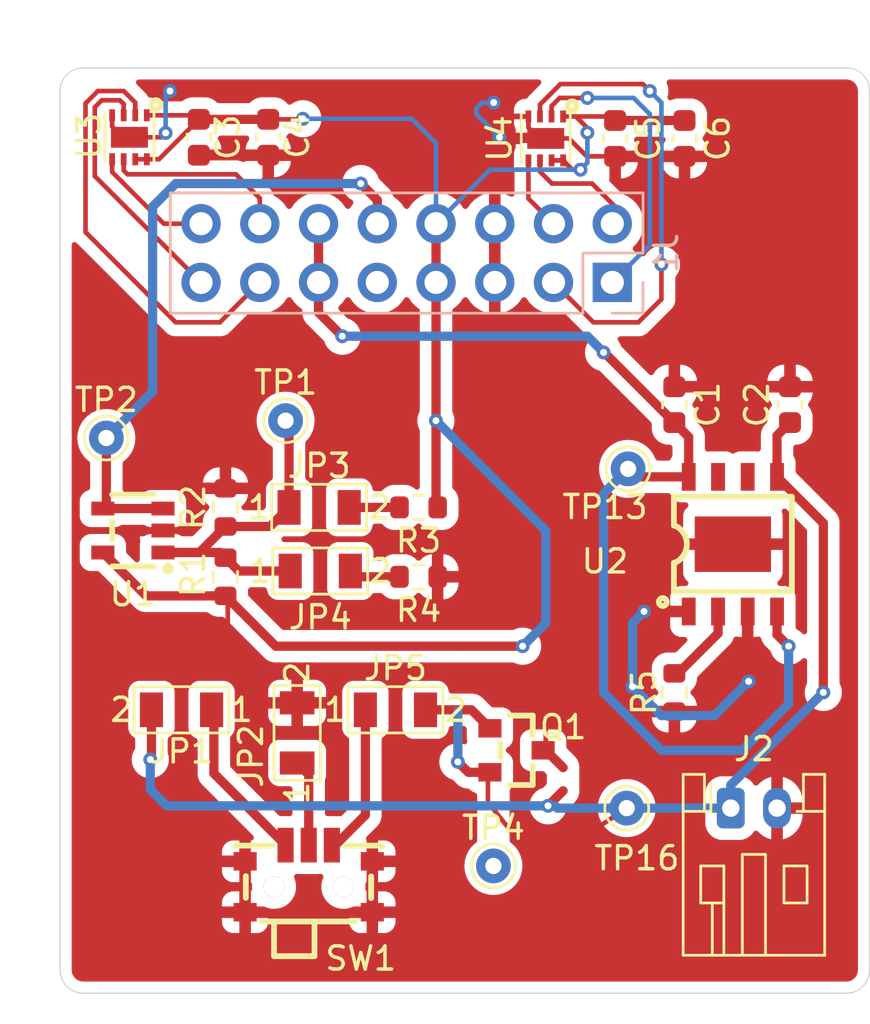
<source format=kicad_pcb>
(kicad_pcb (version 20240108) (generator "pcbnew") (generator_version "8.0")
  (title_block (title "EEE3088F_2024_Group_52_Power") (date "2024-03-25") (rev "v1") (comment 3 "Triss Naidoo") (comment 4 "NDXTRI021"))
  (layers (0 "F.Cu" signal) (31 "B.Cu" signal) (34 "B.Paste" user) (35 "F.Paste" user) (36 "B.SilkS" user "B.Silkscreen") (37 "F.SilkS" user "F.Silkscreen") (38 "B.Mask" user) (39 "F.Mask" user) (44 "Edge.Cuts" user))
  (net 0 "")
  (net 1 "GND")
  (net 2 "5V")
  (net 3 "Net-(JP4-B)")
  (net 4 "VCC")
  (net 5 "PWM4")
  (net 6 "Motor2_B")
  (net 7 "PWM2")
  (net 8 "BATT_ADC")
  (net 9 "Motor2_A")
  (net 10 "Motor1_A")
  (net 11 "PWM1")
  (net 12 "RESV")
  (net 13 "Motor1_B")
  (net 14 "PWM3")
  (net 15 "BATT")
  (net 16 "Net-(JP1-A)")
  (net 17 "Net-(JP5-A)")
  (net 18 "Net-(JP3-B)")
  (net 19 "Net-(JP3-A)")
  (net 20 "Net-(JP2-A)")
  (net 21 "Net-(JP5-B)")
  (net 22 "Net-(U2-PROG)")
  (footprint "TestPoint:TestPoint_THTPad_D1.5mm_Drill0.7mm" (layer "F.Cu") (at 128.736 51.5)
    (property "Reference" "TP4" (at 0 -1.648 0) (layer "F.SilkS"))
    (property "Value" "TestPoint")
    (fp_circle (center 0 0) (end 0 0.95) (stroke (width 0.12)) (fill none) (layer "F.SilkS"))
    (pad "1" thru_hole circle (at 0 0) (size 1.5 1.5) (drill 0.7) (layers "*.Cu" "*.Mask") (net 4 "VCC"))
  )
  (footprint "Easy2Ki_Library:WSON-8_L2.0-W2.0-P0.50-TL-EP" (layer "F.Cu") (at 131 20.05 -90)
    (property "Reference" "U4" (at 0 2 90) (layer "F.SilkS"))
    (property "Value" "DRV8837CDSGR")
    (fp_line (start -1.04 1.06) (end 1.06 1.06) (stroke (width 0.12)) (layer "F.SilkS"))
    (fp_line (start 1.05 -1.06) (end -1.05 -1.06) (stroke (width 0.12)) (layer "F.SilkS"))
    (fp_circle (center -1.4 -1.14) (end -1.32 -1.14) (stroke (width 0.25)) (fill none) (layer "F.SilkS"))
    (pad "1" smd rect (at -0.95 -0.75 270) (size 0.52 0.25) (layers "F.Cu" "F.Paste" "F.Mask") (net 4 "VCC"))
    (pad "2" smd rect (at -0.95 -0.25 270) (size 0.52 0.25) (layers "F.Cu" "F.Paste" "F.Mask") (net 9 "Motor2_A"))
    (pad "3" smd rect (at -0.95 0.25 270) (size 0.52 0.25) (layers "F.Cu" "F.Paste" "F.Mask") (net 6 "Motor2_B"))
    (pad "4" smd rect (at -0.95 0.75 270) (size 0.52 0.25) (layers "F.Cu" "F.Paste" "F.Mask") (net 1 "GND"))
    (pad "5" smd rect (at 0.95 0.75 270) (size 0.52 0.25) (layers "F.Cu" "F.Paste" "F.Mask") (net 7 "PWM2"))
    (pad "6" smd rect (at 0.95 0.25 270) (size 0.52 0.25) (layers "F.Cu" "F.Paste" "F.Mask") (net 11 "PWM1"))
    (pad "7" smd rect (at 0.95 -0.25 270) (size 0.52 0.25) (layers "F.Cu" "F.Paste" "F.Mask") (net 4 "VCC"))
    (pad "8" smd rect (at 0.95 -0.75 270) (size 0.52 0.25) (layers "F.Cu" "F.Paste" "F.Mask") (net 4 "VCC"))
    (pad "9" smd rect (at 0 0 270) (size 0.9 1.6) (layers "F.Cu" "F.Paste" "F.Mask") (net 1 "GND"))
  )
  (footprint "Capacitor_SMD:C_0603_1608Metric" (layer "F.Cu") (at 116 20 -90)
    (property "Reference" "C3" (at 0 -1.25 90) (layer "F.SilkS"))
    (property "Value" "1u")
    (fp_line (start -0.14058 0.51) (end 0.14058 0.51) (stroke (width 0.12)) (layer "F.SilkS"))
    (fp_line (start -0.14058 -0.51) (end 0.14058 -0.51) (stroke (width 0.12)) (layer "F.SilkS"))
    (pad "1" smd roundrect (at -0.775 0 270) (size 0.9 0.95) (layers "F.Cu" "F.Paste" "F.Mask") (net 4 "VCC"))
    (pad "2" smd roundrect (at 0.775 0 270) (size 0.9 0.95) (layers "F.Cu" "F.Paste" "F.Mask") (net 1 "GND"))
  )
  (footprint "TestPoint:TestPoint_THTPad_D1.5mm_Drill0.7mm" (layer "F.Cu") (at 134.5 49 180)
    (property "Reference" "TP16" (at -0.44 -2.166 180) (layer "F.SilkS"))
    (property "Value" "TestPoint")
    (fp_circle (center 0 0) (end 0 0.95) (stroke (width 0.12)) (fill none) (layer "F.SilkS"))
    (pad "1" thru_hole circle (at 0 0 180) (size 1.5 1.5) (drill 0.7) (layers "*.Cu" "*.Mask") (net 15 "BATT"))
  )
  (footprint "TestPoint:TestPoint_THTPad_D1.5mm_Drill0.7mm" (layer "F.Cu") (at 134.56 34.334 180)
    (property "Reference" "TP13" (at 1 -1.648 180) (layer "F.SilkS"))
    (property "Value" "TestPoint")
    (fp_circle (center 0 0) (end 0 0.95) (stroke (width 0.12)) (fill none) (layer "F.SilkS"))
    (pad "1" thru_hole circle (at 0 0 180) (size 1.5 1.5) (drill 0.7) (layers "*.Cu" "*.Mask") (net 2 "5V"))
  )
  (footprint "Easy2Ki_Library:SolderJumper-3_P1.3mm_Open_Pad1.0x1.5mm_NumberLabels" (layer "F.Cu") (at 124.5 44.75)
    (property "Reference" "JP5" (at 0 -1.8 0) (layer "F.SilkS"))
    (property "Value" "Jumper_2_Open")
    (fp_line (start -2.05 -1) (end 2.05 -1) (stroke (width 0.12)) (layer "F.SilkS"))
    (fp_line (start -2.05 1) (end -2.05 -1) (stroke (width 0.12)) (layer "F.SilkS"))
    (fp_line (start 2.05 -1) (end 2.05 1) (stroke (width 0.12)) (layer "F.SilkS"))
    (fp_line (start 2.05 1) (end -2.05 1) (stroke (width 0.12)) (layer "F.SilkS"))
    (fp_text user "2" (at 2.6 0 0) (layer "F.SilkS"))
    (fp_text user "1" (at -2.6 0 0) (layer "F.SilkS"))
    (pad "1" smd rect (at -1.3 0) (size 1 1.5) (layers "F.Cu" "F.Mask") (net 17 "Net-(JP5-A)"))
    (pad "2" smd rect (at 1.3 0) (size 1 1.5) (layers "F.Cu" "F.Mask") (net 21 "Net-(JP5-B)"))
  )
  (footprint "Resistor_SMD:R_0603_1608Metric" (layer "F.Cu") (at 125.5 36 180)
    (property "Reference" "R3" (at 0 -1.43 180) (layer "F.SilkS"))
    (property "Value" "100k")
    (fp_line (start -0.237258 0.5225) (end 0.237258 0.5225) (stroke (width 0.12)) (layer "F.SilkS"))
    (fp_line (start -0.237258 -0.5225) (end 0.237258 -0.5225) (stroke (width 0.12)) (layer "F.SilkS"))
    (pad "1" smd roundrect (at -0.825 0 180) (size 0.8 0.95) (layers "F.Cu" "F.Paste" "F.Mask") (net 4 "VCC"))
    (pad "2" smd roundrect (at 0.825 0 180) (size 0.8 0.95) (layers "F.Cu" "F.Paste" "F.Mask") (net 18 "Net-(JP3-B)"))
  )
  (footprint "Easy2Ki_Library:SW-SMD_MSK12CO2" (layer "F.Cu") (at 120.75 52.05)
    (property "Reference" "SW1" (at 2.25 3.45 0) (layer "F.SilkS"))
    (property "Value" "MINI MSK12CO2")
    (fp_line (start -3.17 -1.43) (end -3.17 -1.38) (stroke (width 0.25)) (layer "F.SilkS"))
    (fp_line (start -2.72 -0.11) (end -2.72 0.83) (stroke (width 0.25)) (layer "F.SilkS"))
    (fp_line (start -1.64 1.85) (end -2.02 1.85) (stroke (width 0.25)) (layer "F.SilkS"))
    (fp_line (start -1.58 -1.43) (end -3.17 -1.43) (stroke (width 0.25)) (layer "F.SilkS"))
    (fp_line (start -1.5 3.35) (end -1.5 1.9) (stroke (width 0.25)) (layer "F.SilkS"))
    (fp_line (start 0.25 1.85) (end -1.64 1.85) (stroke (width 0.25)) (layer "F.SilkS"))
    (fp_line (start 0.25 1.85) (end 0.25 3.35) (stroke (width 0.25)) (layer "F.SilkS"))
    (fp_line (start 0.25 1.85) (end 2.02 1.85) (stroke (width 0.25)) (layer "F.SilkS"))
    (fp_line (start 0.25 3.35) (end -1.5 3.35) (stroke (width 0.25)) (layer "F.SilkS"))
    (fp_line (start 1.58 -1.43) (end 3.17 -1.43) (stroke (width 0.25)) (layer "F.SilkS"))
    (fp_line (start 2.7 -0.1) (end 2.7 0.84) (stroke (width 0.25)) (layer "F.SilkS"))
    (fp_line (start 3.17 -1.43) (end 3.17 -1.38) (stroke (width 0.25)) (layer "F.SilkS"))
    (pad "" thru_hole circle (at -1.5 0.35) (size 0.9 0.9) (drill 0.9) (layers "*.Cu" "*.Mask"))
    (pad "" thru_hole circle (at 1.5 0.35) (size 0.9 0.9) (drill 0.9) (layers "*.Cu" "*.Mask"))
    (pad "1" smd rect (at -1 -1.45) (size 0.7 1.5) (layers "F.Cu" "F.Paste" "F.Mask") (net 16 "Net-(JP1-A)"))
    (pad "2" smd rect (at 0 -1.45) (size 0.7 1.5) (layers "F.Cu" "F.Paste" "F.Mask") (net 20 "Net-(JP2-A)"))
    (pad "3" smd rect (at 1 -1.45) (size 0.7 1.5) (layers "F.Cu" "F.Paste" "F.Mask") (net 17 "Net-(JP5-A)"))
    (pad "4" smd rect (at -2.75 -0.75) (size 1 0.8) (layers "F.Cu" "F.Paste" "F.Mask") (net 1 "GND"))
    (pad "4" smd rect (at -2.75 1.45) (size 1 0.8) (layers "F.Cu" "F.Paste" "F.Mask") (net 1 "GND"))
    (pad "5" smd rect (at 2.75 -0.75) (size 1 0.8) (layers "F.Cu" "F.Paste" "F.Mask") (net 1 "GND"))
    (pad "5" smd rect (at 2.75 1.45) (size 1 0.8) (layers "F.Cu" "F.Paste" "F.Mask") (net 1 "GND"))
  )
  (footprint "Easy2Ki_Library:SolderJumper-3_P1.3mm_Open_Pad1.0x1.5mm_NumberLabels" (layer "F.Cu") (at 121.25 38.75)
    (property "Reference" "JP4" (at 0 2 0) (layer "F.SilkS"))
    (property "Value" "Jumper_2_Open")
    (fp_line (start -2.05 -1) (end 2.05 -1) (stroke (width 0.12)) (layer "F.SilkS"))
    (fp_line (start -2.05 1) (end -2.05 -1) (stroke (width 0.12)) (layer "F.SilkS"))
    (fp_line (start 2.05 -1) (end 2.05 1) (stroke (width 0.12)) (layer "F.SilkS"))
    (fp_line (start 2.05 1) (end -2.05 1) (stroke (width 0.12)) (layer "F.SilkS"))
    (fp_text user "1" (at -2.6 0 0) (layer "F.SilkS"))
    (fp_text user "2" (at 2.6 0 0) (layer "F.SilkS"))
    (pad "1" smd rect (at -1.3 0) (size 1 1.5) (layers "F.Cu" "F.Mask") (net 19 "Net-(JP3-A)"))
    (pad "2" smd rect (at 1.3 0) (size 1 1.5) (layers "F.Cu" "F.Mask") (net 3 "Net-(JP4-B)"))
  )
  (footprint "Capacitor_SMD:C_0603_1608Metric" (layer "F.Cu") (at 136.56 31.559 -90)
    (property "Reference" "C1" (at 0 -1.43 90) (layer "F.SilkS"))
    (property "Value" "10u")
    (fp_line (start -0.14058 0.51) (end 0.14058 0.51) (stroke (width 0.12)) (layer "F.SilkS"))
    (fp_line (start -0.14058 -0.51) (end 0.14058 -0.51) (stroke (width 0.12)) (layer "F.SilkS"))
    (pad "1" smd roundrect (at -0.775 0 270) (size 0.9 0.95) (layers "F.Cu" "F.Paste" "F.Mask") (net 1 "GND"))
    (pad "2" smd roundrect (at 0.775 0 270) (size 0.9 0.95) (layers "F.Cu" "F.Paste" "F.Mask") (net 2 "5V"))
  )
  (footprint "Capacitor_SMD:C_0603_1608Metric" (layer "F.Cu") (at 141.56 31.559 90)
    (property "Reference" "C2" (at 0 -1.43 -90) (layer "F.SilkS"))
    (property "Value" "10u")
    (fp_line (start -0.14058 -0.51) (end 0.14058 -0.51) (stroke (width 0.12)) (layer "F.SilkS"))
    (fp_line (start -0.14058 0.51) (end 0.14058 0.51) (stroke (width 0.12)) (layer "F.SilkS"))
    (pad "1" smd roundrect (at -0.775 0 90) (size 0.9 0.95) (layers "F.Cu" "F.Paste" "F.Mask") (net 15 "BATT"))
    (pad "2" smd roundrect (at 0.775 0 90) (size 0.9 0.95) (layers "F.Cu" "F.Paste" "F.Mask") (net 1 "GND"))
  )
  (footprint "Easy2Ki_Library:ESOP-8_L4.9-W3.9-P1.27-LS6.0-BL-EP" (layer "F.Cu") (at 139.09 37.59)
    (property "Reference" "U2" (at -5.53 0.744 0) (layer "F.SilkS"))
    (property "Value" "TP4056")
    (fp_line (start -2.55 -2.05) (end 2.55 -2.05) (stroke (width 0.25)) (layer "F.SilkS"))
    (fp_line (start -2.55 -0.8) (end -2.55 -2.05) (stroke (width 0.25)) (layer "F.SilkS"))
    (fp_line (start -2.55 0.8) (end -2.55 2.05) (stroke (width 0.25)) (layer "F.SilkS"))
    (fp_line (start 2.55 -2.05) (end 2.55 2.05) (stroke (width 0.25)) (layer "F.SilkS"))
    (fp_line (start 2.55 2.05) (end -2.55 2.05) (stroke (width 0.25)) (layer "F.SilkS"))
    (fp_arc (start -2.505609 -0.80257) (mid -1.988586 -0.003085) (end -2.5 0.8) (stroke (width 0.25)) (layer "F.SilkS"))
    (fp_circle (center -3.03 2.5) (end -2.86 2.5) (stroke (width 0.25)) (fill none) (layer "F.SilkS"))
    (pad "1" smd rect (at -1.91 2.91) (size 0.6 1.2) (layers "F.Cu" "F.Paste" "F.Mask") (net 1 "GND"))
    (pad "2" smd rect (at -0.64 2.91) (size 0.6 1.2) (layers "F.Cu" "F.Paste" "F.Mask") (net 22 "Net-(U2-PROG)"))
    (pad "3" smd rect (at 0.64 2.91) (size 0.6 1.2) (layers "F.Cu" "F.Paste" "F.Mask") (net 1 "GND"))
    (pad "4" smd rect (at 1.91 2.91) (size 0.6 1.2) (layers "F.Cu" "F.Paste" "F.Mask") (net 2 "5V"))
    (pad "5" smd rect (at 1.91 -2.91) (size 0.6 1.2) (layers "F.Cu" "F.Paste" "F.Mask") (net 15 "BATT"))
    (pad "6" smd rect (at 0.64 -2.91) (size 0.6 1.2) (layers "F.Cu" "F.Paste" "F.Mask"))
    (pad "7" smd rect (at -0.64 -2.91) (size 0.6 1.2) (layers "F.Cu" "F.Paste" "F.Mask"))
    (pad "8" smd rect (at -1.91 -2.91) (size 0.6 1.2) (layers "F.Cu" "F.Paste" "F.Mask") (net 2 "5V"))
    (pad "9" smd rect (at 0 0 180) (size 3.3 2.4) (layers "F.Cu" "F.Paste" "F.Mask") (net 1 "GND"))
  )
  (footprint "Resistor_SMD:R_0603_1608Metric" (layer "F.Cu") (at 136.56 44 -90)
    (property "Reference" "R5" (at 0 1.31 90) (layer "F.SilkS"))
    (property "Value" "1M")
    (fp_line (start -0.237258 0.5225) (end 0.237258 0.5225) (stroke (width 0.12)) (layer "F.SilkS"))
    (fp_line (start -0.237258 -0.5225) (end 0.237258 -0.5225) (stroke (width 0.12)) (layer "F.SilkS"))
    (pad "1" smd roundrect (at -0.825 0 270) (size 0.8 0.95) (layers "F.Cu" "F.Paste" "F.Mask") (net 22 "Net-(U2-PROG)"))
    (pad "2" smd roundrect (at 0.825 0 270) (size 0.8 0.95) (layers "F.Cu" "F.Paste" "F.Mask") (net 1 "GND"))
  )
  (footprint "Resistor_SMD:R_0603_1608Metric" (layer "F.Cu") (at 125.5 39 180)
    (property "Reference" "R4" (at 0 -1.43 180) (layer "F.SilkS"))
    (property "Value" "100k")
    (fp_line (start -0.237258 0.5225) (end 0.237258 0.5225) (stroke (width 0.12)) (layer "F.SilkS"))
    (fp_line (start -0.237258 -0.5225) (end 0.237258 -0.5225) (stroke (width 0.12)) (layer "F.SilkS"))
    (pad "1" smd roundrect (at -0.825 0 180) (size 0.8 0.95) (layers "F.Cu" "F.Paste" "F.Mask") (net 1 "GND"))
    (pad "2" smd roundrect (at 0.825 0 180) (size 0.8 0.95) (layers "F.Cu" "F.Paste" "F.Mask") (net 3 "Net-(JP4-B)"))
  )
  (footprint "Resistor_SMD:R_0603_1608Metric" (layer "F.Cu") (at 117.15 36 -90)
    (property "Reference" "R2" (at 0 1.4 90) (layer "F.SilkS"))
    (property "Value" "1M")
    (fp_line (start -0.237258 0.5225) (end 0.237258 0.5225) (stroke (width 0.12)) (layer "F.SilkS"))
    (fp_line (start -0.237258 -0.5225) (end 0.237258 -0.5225) (stroke (width 0.12)) (layer "F.SilkS"))
    (pad "1" smd roundrect (at -0.825 0 270) (size 0.8 0.95) (layers "F.Cu" "F.Paste" "F.Mask") (net 1 "GND"))
    (pad "2" smd roundrect (at 0.825 0 270) (size 0.8 0.95) (layers "F.Cu" "F.Paste" "F.Mask") (net 19 "Net-(JP3-A)"))
  )
  (footprint "Easy2Ki_Library:SolderJumper-3_P1.3mm_Open_Pad1.0x1.5mm_NumberLabels" (layer "F.Cu") (at 120.25 45.75 90)
    (property "Reference" "JP2" (at -1 -2 -90) (layer "F.SilkS"))
    (property "Value" "Jumper_2_Open")
    (fp_line (start 2.05 -1) (end 2.05 1) (stroke (width 0.12)) (layer "F.SilkS"))
    (fp_line (start -2.05 -1) (end 2.05 -1) (stroke (width 0.12)) (layer "F.SilkS"))
    (fp_line (start 2.05 1) (end -2.05 1) (stroke (width 0.12)) (layer "F.SilkS"))
    (fp_line (start -2.05 1) (end -2.05 -1) (stroke (width 0.12)) (layer "F.SilkS"))
    (fp_text user "1" (at -2.6 0 -90) (layer "F.SilkS"))
    (fp_text user "2" (at 2.6 0 -90) (layer "F.SilkS"))
    (pad "1" smd rect (at -1.3 0 90) (size 1 1.5) (layers "F.Cu" "F.Mask") (net 20 "Net-(JP2-A)"))
    (pad "2" smd rect (at 1.3 0 90) (size 1 1.5) (layers "F.Cu" "F.Mask") (net 1 "GND"))
  )
  (footprint "Resistor_SMD:R_0603_1608Metric" (layer "F.Cu") (at 117.15 39 90)
    (property "Reference" "R1" (at 0.1 -1.4 -90) (layer "F.SilkS"))
    (property "Value" "1M")
    (fp_line (start -0.237258 -0.5225) (end 0.237258 -0.5225) (stroke (width 0.12)) (layer "F.SilkS"))
    (fp_line (start -0.237258 0.5225) (end 0.237258 0.5225) (stroke (width 0.12)) (layer "F.SilkS"))
    (pad "1" smd roundrect (at -0.825 0 90) (size 0.8 0.95) (layers "F.Cu" "F.Paste" "F.Mask") (net 4 "VCC"))
    (pad "2" smd roundrect (at 0.825 0 90) (size 0.8 0.95) (layers "F.Cu" "F.Paste" "F.Mask") (net 19 "Net-(JP3-A)"))
  )
  (footprint "Easy2Ki_Library:WSON-8_L2.0-W2.0-P0.50-TL-EP" (layer "F.Cu") (at 113 20 -90)
    (property "Reference" "U3" (at -0.05 1.75 90) (layer "F.SilkS"))
    (property "Value" "DRV8837CDSGR")
    (fp_line (start -1.04 1.06) (end 1.06 1.06) (stroke (width 0.12)) (layer "F.SilkS"))
    (fp_line (start 1.05 -1.06) (end -1.05 -1.06) (stroke (width 0.12)) (layer "F.SilkS"))
    (fp_circle (center -1.4 -1.14) (end -1.32 -1.14) (stroke (width 0.25)) (fill none) (layer "F.SilkS"))
    (pad "1" smd rect (at -0.95 -0.75 270) (size 0.52 0.25) (layers "F.Cu" "F.Paste" "F.Mask") (net 4 "VCC"))
    (pad "2" smd rect (at -0.95 -0.25 270) (size 0.52 0.25) (layers "F.Cu" "F.Paste" "F.Mask") (net 10 "Motor1_A"))
    (pad "3" smd rect (at -0.95 0.25 270) (size 0.52 0.25) (layers "F.Cu" "F.Paste" "F.Mask") (net 13 "Motor1_B"))
    (pad "4" smd rect (at -0.95 0.75 270) (size 0.52 0.25) (layers "F.Cu" "F.Paste" "F.Mask") (net 1 "GND"))
    (pad "5" smd rect (at 0.95 0.75 270) (size 0.52 0.25) (layers "F.Cu" "F.Paste" "F.Mask") (net 5 "PWM4"))
    (pad "6" smd rect (at 0.95 0.25 270) (size 0.52 0.25) (layers "F.Cu" "F.Paste" "F.Mask") (net 14 "PWM3"))
    (pad "7" smd rect (at 0.95 -0.25 270) (size 0.52 0.25) (layers "F.Cu" "F.Paste" "F.Mask") (net 4 "VCC"))
    (pad "8" smd rect (at 0.95 -0.75 270) (size 0.52 0.25) (layers "F.Cu" "F.Paste" "F.Mask") (net 4 "VCC"))
    (pad "9" smd rect (at 0 0 270) (size 0.9 1.6) (layers "F.Cu" "F.Paste" "F.Mask") (net 1 "GND"))
  )
  (footprint "Capacitor_SMD:C_0603_1608Metric" (layer "F.Cu") (at 137 20.05 -90)
    (property "Reference" "C6" (at 0 -1.43 90) (layer "F.SilkS"))
    (property "Value" "1u")
    (fp_line (start -0.14058 0.51) (end 0.14058 0.51) (stroke (width 0.12)) (layer "F.SilkS"))
    (fp_line (start -0.14058 -0.51) (end 0.14058 -0.51) (stroke (width 0.12)) (layer "F.SilkS"))
    (pad "1" smd roundrect (at -0.775 0 270) (size 0.9 0.95) (layers "F.Cu" "F.Paste" "F.Mask") (net 4 "VCC"))
    (pad "2" smd roundrect (at 0.775 0 270) (size 0.9 0.95) (layers "F.Cu" "F.Paste" "F.Mask") (net 1 "GND"))
  )
  (footprint "Capacitor_SMD:C_0603_1608Metric" (layer "F.Cu") (at 119 20 -90)
    (property "Reference" "C4" (at -0.05 -1.25 90) (layer "F.SilkS"))
    (property "Value" "1u")
    (fp_line (start -0.14058 0.51) (end 0.14058 0.51) (stroke (width 0.12)) (layer "F.SilkS"))
    (fp_line (start -0.14058 -0.51) (end 0.14058 -0.51) (stroke (width 0.12)) (layer "F.SilkS"))
    (pad "1" smd roundrect (at -0.775 0 270) (size 0.9 0.95) (layers "F.Cu" "F.Paste" "F.Mask") (net 4 "VCC"))
    (pad "2" smd roundrect (at 0.775 0 270) (size 0.9 0.95) (layers "F.Cu" "F.Paste" "F.Mask") (net 1 "GND"))
  )
  (footprint "Capacitor_SMD:C_0603_1608Metric" (layer "F.Cu") (at 134 20.05 -90)
    (property "Reference" "C5" (at 0 -1.43 90) (layer "F.SilkS"))
    (property "Value" "1u")
    (fp_line (start -0.14058 0.51) (end 0.14058 0.51) (stroke (width 0.12)) (layer "F.SilkS"))
    (fp_line (start -0.14058 -0.51) (end 0.14058 -0.51) (stroke (width 0.12)) (layer "F.SilkS"))
    (pad "1" smd roundrect (at -0.775 0 270) (size 0.9 0.95) (layers "F.Cu" "F.Paste" "F.Mask") (net 4 "VCC"))
    (pad "2" smd roundrect (at 0.775 0 270) (size 0.9 0.95) (layers "F.Cu" "F.Paste" "F.Mask") (net 1 "GND"))
  )
  (footprint "Easy2Ki_Library:SolderJumper-3_P1.3mm_Open_Pad1.0x1.5mm_NumberLabels" (layer "F.Cu") (at 121.2 36)
    (property "Reference" "JP3" (at 0 -1.8 0) (layer "F.SilkS"))
    (property "Value" "Jumper_2_Open")
    (fp_line (start -2.05 -1) (end 2.05 -1) (stroke (width 0.12)) (layer "F.SilkS"))
    (fp_line (start -2.05 1) (end -2.05 -1) (stroke (width 0.12)) (layer "F.SilkS"))
    (fp_line (start 2.05 -1) (end 2.05 1) (stroke (width 0.12)) (layer "F.SilkS"))
    (fp_line (start 2.05 1) (end -2.05 1) (stroke (width 0.12)) (layer "F.SilkS"))
    (fp_text user "2" (at 2.6 0 0) (layer "F.SilkS"))
    (fp_text user "1" (at -2.6 0 0) (layer "F.SilkS"))
    (pad "1" smd rect (at -1.3 0) (size 1 1.5) (layers "F.Cu" "F.Mask") (net 19 "Net-(JP3-A)"))
    (pad "2" smd rect (at 1.3 0) (size 1 1.5) (layers "F.Cu" "F.Mask") (net 18 "Net-(JP3-B)"))
  )
  (footprint "Easy2Ki_Library:SOT-23-5_L3.0-W1.7-P0.95-LS2.8-BR" (layer "F.Cu") (at 113.15 37)
    (property "Reference" "U1" (at 0 2.75 0) (layer "F.SilkS"))
    (property "Value" "LMV321IDBVR")
    (fp_line (start -0.9 -1.55) (end 0.9 -1.55) (stroke (width 0.25)) (layer "F.SilkS"))
    (fp_line (start -0.9 0.4) (end -0.9 -0.4) (stroke (width 0.25)) (layer "F.SilkS"))
    (fp_line (start -0.9 1.55) (end 0.9 1.55) (stroke (width 0.25)) (layer "F.SilkS"))
    (fp_circle (center 1.52 1.65) (end 1.65 1.65) (stroke (width 0.25)) (fill none) (layer "F.SilkS"))
    (pad "1" smd rect (at 1.3 0.95) (size 1 0.6) (layers "F.Cu" "F.Paste" "F.Mask") (net 19 "Net-(JP3-A)"))
    (pad "2" smd rect (at 1.3 0) (size 1 0.6) (layers "F.Cu" "F.Paste" "F.Mask") (net 1 "GND"))
    (pad "3" smd rect (at 1.3 -0.95) (size 1 0.6) (layers "F.Cu" "F.Paste" "F.Mask") (net 8 "BATT_ADC"))
    (pad "4" smd rect (at -1.3 -0.95) (size 1 0.6) (layers "F.Cu" "F.Paste" "F.Mask") (net 8 "BATT_ADC"))
    (pad "5" smd rect (at -1.3 0.95) (size 1 0.6) (layers "F.Cu" "F.Paste" "F.Mask") (net 4 "VCC"))
  )
  (footprint "TestPoint:TestPoint_THTPad_D1.5mm_Drill0.7mm" (layer "F.Cu") (at 112 33)
    (property "Reference" "TP2" (at 0 -1.648 0) (layer "F.SilkS"))
    (property "Value" "TestPoint")
    (fp_circle (center 0 0) (end 0 0.95) (stroke (width 0.12)) (fill none) (layer "F.SilkS"))
    (pad "1" thru_hole circle (at 0 0) (size 1.5 1.5) (drill 0.7) (layers "*.Cu" "*.Mask") (net 8 "BATT_ADC"))
  )
  (footprint "Easy2Ki_Library:SOT-23_L2.9-W1.3-P1.90-LS2.4-BR" (layer "F.Cu") (at 129.736 46.5 180)
    (property "Reference" "Q1" (at -2.014 1 180) (layer "F.SilkS"))
    (property "Value" "AO3401A")
    (fp_line (start 0.7 0.31) (end 0.7 -0.32) (stroke (width 0.25)) (layer "F.SilkS"))
    (fp_line (start -0.7 1.5) (end 0.3 1.5) (stroke (width 0.25)) (layer "F.SilkS"))
    (fp_line (start -0.7 1.5) (end -0.7 0.63) (stroke (width 0.25)) (layer "F.SilkS"))
    (fp_line (start -0.7 -0.64) (end -0.7 -1.5) (stroke (width 0.25)) (layer "F.SilkS"))
    (fp_line (start -0.7 -1.5) (end 0.3 -1.5) (stroke (width 0.25)) (layer "F.SilkS"))
    (pad "1" smd rect (at 1.15 0.95) (size 1 0.8) (layers "F.Cu" "F.Paste" "F.Mask") (net 21 "Net-(JP5-B)"))
    (pad "2" smd rect (at 1.15 -0.95) (size 1 0.8) (layers "F.Cu" "F.Paste" "F.Mask") (net 15 "BATT"))
    (pad "3" smd rect (at -1.15 0) (size 1 0.8) (layers "F.Cu" "F.Paste" "F.Mask") (net 4 "VCC"))
  )
  (footprint "Connector_JST:JST_PH_S2B-PH-K_1x02_P2.00mm_Horizontal" (layer "F.Cu") (at 139 49)
    (property "Reference" "J2" (at 1 -2.55 0) (layer "F.SilkS"))
    (property "Value" "Conn_01x02")
    (fp_line (start -2.06 -1.46) (end -2.06 6.36) (stroke (width 0.12)) (layer "F.SilkS"))
    (fp_line (start -2.06 0.14) (end -1.14 0.14) (stroke (width 0.12)) (layer "F.SilkS"))
    (fp_line (start -2.06 6.36) (end 4.06 6.36) (stroke (width 0.12)) (layer "F.SilkS"))
    (fp_line (start -1.3 2.5) (end -1.3 4.1) (stroke (width 0.12)) (layer "F.SilkS"))
    (fp_line (start -1.3 4.1) (end -0.3 4.1) (stroke (width 0.12)) (layer "F.SilkS"))
    (fp_line (start -1.14 -1.46) (end -2.06 -1.46) (stroke (width 0.12)) (layer "F.SilkS"))
    (fp_line (start -1.14 0.14) (end -1.14 -1.46) (stroke (width 0.12)) (layer "F.SilkS"))
    (fp_line (start -0.86 0.14) (end -1.14 0.14) (stroke (width 0.12)) (layer "F.SilkS"))
    (fp_line (start -0.86 0.14) (end -0.86 -1.075) (stroke (width 0.12)) (layer "F.SilkS"))
    (fp_line (start -0.8 4.1) (end -0.8 6.36) (stroke (width 0.12)) (layer "F.SilkS"))
    (fp_line (start -0.3 2.5) (end -1.3 2.5) (stroke (width 0.12)) (layer "F.SilkS"))
    (fp_line (start -0.3 4.1) (end -0.3 2.5) (stroke (width 0.12)) (layer "F.SilkS"))
    (fp_line (start -0.3 4.1) (end -0.3 6.36) (stroke (width 0.12)) (layer "F.SilkS"))
    (fp_line (start 0.5 2) (end 1.5 2) (stroke (width 0.12)) (layer "F.SilkS"))
    (fp_line (start 0.5 6.36) (end 0.5 2) (stroke (width 0.12)) (layer "F.SilkS"))
    (fp_line (start 1.5 2) (end 1.5 6.36) (stroke (width 0.12)) (layer "F.SilkS"))
    (fp_line (start 2.3 2.5) (end 3.3 2.5) (stroke (width 0.12)) (layer "F.SilkS"))
    (fp_line (start 2.3 4.1) (end 2.3 2.5) (stroke (width 0.12)) (layer "F.SilkS"))
    (fp_line (start 3.14 -1.46) (end 3.14 0.14) (stroke (width 0.12)) (layer "F.SilkS"))
    (fp_line (start 3.14 0.14) (end 2.86 0.14) (stroke (width 0.12)) (layer "F.SilkS"))
    (fp_line (start 3.3 2.5) (end 3.3 4.1) (stroke (width 0.12)) (layer "F.SilkS"))
    (fp_line (start 3.3 4.1) (end 2.3 4.1) (stroke (width 0.12)) (layer "F.SilkS"))
    (fp_line (start 4.06 -1.46) (end 3.14 -1.46) (stroke (width 0.12)) (layer "F.SilkS"))
    (fp_line (start 4.06 0.14) (end 3.14 0.14) (stroke (width 0.12)) (layer "F.SilkS"))
    (fp_line (start 4.06 6.36) (end 4.06 -1.46) (stroke (width 0.12)) (layer "F.SilkS"))
    (pad "1" thru_hole roundrect (at 0 0) (size 1.2 1.75) (drill 0.75) (layers "*.Cu" "*.Mask") (roundrect_rratio 0.208333) (net 15 "BATT"))
    (pad "2" thru_hole oval (at 2 0) (size 1.2 1.75) (drill 0.75) (layers "*.Cu" "*.Mask") (net 1 "GND"))
  )
  (footprint "Easy2Ki_Library:SolderJumper-3_P1.3mm_Open_Pad1.0x1.5mm_NumberLabels" (layer "F.Cu") (at 115.25 44.75 180)
    (property "Reference" "JP1" (at 0 -1.8 180) (layer "F.SilkS"))
    (property "Value" "Jumper_2_Open")
    (fp_line (start 2.05 1) (end -2.05 1) (stroke (width 0.12)) (layer "F.SilkS"))
    (fp_line (start 2.05 -1) (end 2.05 1) (stroke (width 0.12)) (layer "F.SilkS"))
    (fp_line (start -2.05 1) (end -2.05 -1) (stroke (width 0.12)) (layer "F.SilkS"))
    (fp_line (start -2.05 -1) (end 2.05 -1) (stroke (width 0.12)) (layer "F.SilkS"))
    (fp_text user "2" (at 2.6 0 180) (layer "F.SilkS"))
    (fp_text user "1" (at -2.6 0 180) (layer "F.SilkS"))
    (pad "1" smd rect (at -1.3 0 180) (size 1 1.5) (layers "F.Cu" "F.Mask") (net 16 "Net-(JP1-A)"))
    (pad "2" smd rect (at 1.3 0 180) (size 1 1.5) (layers "F.Cu" "F.Mask") (net 15 "BATT"))
  )
  (footprint "TestPoint:TestPoint_THTPad_D1.5mm_Drill0.7mm" (layer "F.Cu") (at 119.75 32.25)
    (property "Reference" "TP1" (at 0 -1.648 0) (layer "F.SilkS"))
    (property "Value" "TestPoint")
    (fp_circle (center 0 0) (end 0 0.95) (stroke (width 0.12)) (fill none) (layer "F.SilkS"))
    (pad "1" thru_hole circle (at 0 0) (size 1.5 1.5) (drill 0.7) (layers "*.Cu" "*.Mask") (net 19 "Net-(JP3-A)"))
  )
  (footprint "Connector_PinHeader_2.54mm:PinHeader_2x08_P2.54mm_Vertical" (layer "B.Cu") (at 133.875 26.275 90)
    (property "Reference" "J1" (at 1.27 2.33 -90) (layer "B.SilkS") (effects (justify mirror)))
    (property "Value" "Conn_02x08_Odd_Even")
    (fp_line (start 3.87 -19.11) (end -1.33 -19.11) (stroke (width 0.12)) (layer "B.SilkS"))
    (fp_line (start 3.87 -19.11) (end 3.87 1.33) (stroke (width 0.12)) (layer "B.SilkS"))
    (fp_line (start -1.33 -19.11) (end -1.33 -1.27) (stroke (width 0.12)) (layer "B.SilkS"))
    (fp_line (start 1.27 -1.27) (end -1.33 -1.27) (stroke (width 0.12)) (layer "B.SilkS"))
    (fp_line (start 3.87 1.33) (end 1.27 1.33) (stroke (width 0.12)) (layer "B.SilkS"))
    (fp_line (start 1.27 1.33) (end 1.27 -1.27) (stroke (width 0.12)) (layer "B.SilkS"))
    (fp_line (start 0 1.33) (end -1.33 1.33) (stroke (width 0.12)) (layer "B.SilkS"))
    (fp_line (start -1.33 1.33) (end -1.33 0) (stroke (width 0.12)) (layer "B.SilkS"))
    (pad "1" thru_hole rect (at 0 0 90) (size 1.7 1.7) (drill 1) (layers "*.Cu" "*.Mask") (net 9 "Motor2_A"))
    (pad "2" thru_hole oval (at 2.54 0 90) (size 1.7 1.7) (drill 1) (layers "*.Cu" "*.Mask") (net 11 "PWM1"))
    (pad "3" thru_hole oval (at 0 -2.54 90) (size 1.7 1.7) (drill 1) (layers "*.Cu" "*.Mask") (net 6 "Motor2_B"))
    (pad "4" thru_hole oval (at 2.54 -2.54 90) (size 1.7 1.7) (drill 1) (layers "*.Cu" "*.Mask") (net 7 "PWM2"))
    (pad "5" thru_hole oval (at 0 -5.08 90) (size 1.7 1.7) (drill 1) (layers "*.Cu" "*.Mask") (net 1 "GND"))
    (pad "6" thru_hole oval (at 2.54 -5.08 90) (size 1.7 1.7) (drill 1) (layers "*.Cu" "*.Mask") (net 1 "GND"))
    (pad "7" thru_hole oval (at 0 -7.62 90) (size 1.7 1.7) (drill 1) (layers "*.Cu" "*.Mask") (net 4 "VCC"))
    (pad "8" thru_hole oval (at 2.54 -7.62 90) (size 1.7 1.7) (drill 1) (layers "*.Cu" "*.Mask") (net 4 "VCC"))
    (pad "9" thru_hole oval (at 0 -10.16 90) (size 1.7 1.7) (drill 1) (layers "*.Cu" "*.Mask") (net 12 "RESV"))
    (pad "10" thru_hole oval (at 2.54 -10.16 90) (size 1.7 1.7) (drill 1) (layers "*.Cu" "*.Mask") (net 8 "BATT_ADC"))
    (pad "11" thru_hole oval (at 0 -12.7 90) (size 1.7 1.7) (drill 1) (layers "*.Cu" "*.Mask") (net 2 "5V"))
    (pad "12" thru_hole oval (at 2.54 -12.7 90) (size 1.7 1.7) (drill 1) (layers "*.Cu" "*.Mask") (net 2 "5V"))
    (pad "13" thru_hole oval (at 0 -15.24 90) (size 1.7 1.7) (drill 1) (layers "*.Cu" "*.Mask") (net 10 "Motor1_A"))
    (pad "14" thru_hole oval (at 2.54 -15.24 90) (size 1.7 1.7) (drill 1) (layers "*.Cu" "*.Mask") (net 14 "PWM3"))
    (pad "15" thru_hole oval (at 0 -17.78 90) (size 1.7 1.7) (drill 1) (layers "*.Cu" "*.Mask") (net 13 "Motor1_B"))
    (pad "16" thru_hole oval (at 2.54 -17.78 90) (size 1.7 1.7) (drill 1) (layers "*.Cu" "*.Mask") (net 5 "PWM4"))
  )
  (gr_line (start 117.25 40) (end 117.25 41.5) (stroke (width 0.2)) (layer "F.Cu") (net 4))
  (gr_line (start 133 50) (end 134.5 49) (stroke (width 0.2)) (layer "F.Cu") (net 15))
  (gr_line (start 131 44.75) (end 131 46.5) (stroke (width 0.2)) (layer "F.Cu") (net 4))
  (gr_line (start 117.25 41.5) (end 119 43) (stroke (width 0.2)) (layer "F.Cu") (net 4))
  (gr_line (start 128.5 47.5) (end 128.5 48.75) (stroke (width 0.2)) (layer "F.Cu") (net 15))
  (gr_line (start 128.5 48.75) (end 129.5 50) (stroke (width 0.2)) (layer "F.Cu") (net 15))
  (gr_line (start 119 43) (end 129 43) (stroke (width 0.2)) (layer "F.Cu") (net 4))
  (gr_line (start 129 43) (end 131 44.75) (stroke (width 0.2)) (layer "F.Cu") (net 4))
  (gr_line (start 129.5 50) (end 133 50) (stroke (width 0.2)) (layer "F.Cu") (net 15))
  (gr_line (start 111 17) (end 144 17) (stroke (width 0.05)) (layer "Edge.Cuts"))
  (gr_arc (start 111 57) (mid 110.292893 56.707107) (end 110 56) (stroke (width 0.05)) (layer "Edge.Cuts"))
  (gr_arc (start 145 56) (mid 144.707107 56.707107) (end 144 57) (stroke (width 0.05)) (layer "Edge.Cuts"))
  (gr_arc (start 144 17) (mid 144.707107 17.292893) (end 145 18) (stroke (width 0.05)) (layer "Edge.Cuts"))
  (gr_line (start 110 56) (end 110 18) (stroke (width 0.05)) (layer "Edge.Cuts"))
  (gr_line (start 145 18) (end 145 56) (stroke (width 0.05)) (layer "Edge.Cuts"))
  (gr_arc (start 110 18) (mid 110.292893 17.292893) (end 111 17) (stroke (width 0.05)) (layer "Edge.Cuts"))
  (gr_line (start 144 57) (end 111 57) (stroke (width 0.05)) (layer "Edge.Cuts"))
  (segment (start 114.37647 20) (end 114.563235 19.813235) (width 0.2) (layer "F.Cu") (net 1))
  (segment (start 132.775 20.825) (end 132 20.05) (width 0.2) (layer "F.Cu") (net 1))
  (segment (start 134 20.825) (end 137 20.825) (width 0.4) (layer "F.Cu") (net 1))
  (segment (start 113 20) (end 114.37647 20) (width 0.2) (layer "F.Cu") (net 1))
  (segment (start 128.795 23.735) (end 128.795 26.275) (width 0.4) (layer "F.Cu") (net 1))
  (segment (start 129.05 20.05) (end 129 20) (width 0.4) (layer "F.Cu") (net 1))
  (segment (start 131 20.05) (end 129.05 20.05) (width 0.4) (layer "F.Cu") (net 1))
  (segment (start 130.25 19.1) (end 129.35 19.1) (width 0.2) (layer "F.Cu") (net 1))
  (segment (start 130.715 20.05) (end 131 20.05) (width 0.2) (layer "F.Cu") (net 1))
  (segment (start 131 20.05) (end 132 20.05) (width 0.2) (layer "F.Cu") (net 1))
  (segment (start 130.25 19.1) (end 130.25 19.585) (width 0.2) (layer "F.Cu") (net 1))
  (segment (start 129.35 19.1) (end 128.75 18.5) (width 0.2) (layer "F.Cu") (net 1))
  (segment (start 112.25 19.05) (end 112.25 19.535) (width 0.2) (layer "F.Cu") (net 1))
  (segment (start 137.2 40.52) (end 135.25 40.5) (width 0.4) (layer "F.Cu") (net 1))
  (segment (start 112.25 19.535) (end 112.715 20) (width 0.2) (layer "F.Cu") (net 1))
  (segment (start 112.715 20) (end 113 20) (width 0.2) (layer "F.Cu") (net 1))
  (segment (start 116 20.775) (end 119 20.775) (width 0.4) (layer "F.Cu") (net 1))
  (segment (start 130.25 19.585) (end 130.715 20.05) (width 0.2) (layer "F.Cu") (net 1))
  (segment (start 139.75 40.52) (end 139.75 43.5) (width 0.4) (layer "F.Cu") (net 1))
  (segment (start 134 20.825) (end 132.775 20.825) (width 0.2) (layer "F.Cu") (net 1))
  (via (at 134.75 43.75) (size 0.6) (drill 0.3) (layers "F.Cu" "B.Cu") (net 1))
  (via (at 135.25 40.5) (size 0.6) (drill 0.3) (layers "F.Cu" "B.Cu") (net 1))
  (via (at 114.563235 19.813235) (size 0.6) (drill 0.3) (layers "F.Cu" "B.Cu") (net 1))
  (via (at 129 20) (size 0.6) (drill 0.3) (layers "F.Cu" "B.Cu") (net 1))
  (via (at 139.77 43.52) (size 0.6) (drill 0.3) (layers "F.Cu" "B.Cu") (net 1))
  (via (at 128.75 18.5) (size 0.6) (drill 0.3) (layers "F.Cu" "B.Cu") (net 1))
  (via (at 114.75 18) (size 0.6) (drill 0.3) (layers "F.Cu" "B.Cu") (net 1))
  (segment (start 134.75 41) (end 134.75 43.75) (width 0.4) (layer "B.Cu") (net 1))
  (segment (start 114.563235 19.813235) (end 114.563235 18.186765) (width 0.2) (layer "B.Cu") (net 1))
  (segment (start 139.77 43.52) (end 138.29 45) (width 0.4) (layer "B.Cu") (net 1))
  (segment (start 128 19) (end 129 20) (width 0.2) (layer "B.Cu") (net 1))
  (segment (start 136 45) (end 134.75 43.75) (width 0.4) (layer "B.Cu") (net 1))
  (segment (start 128.75 18.5) (end 128.25 18.5) (width 0.2) (layer "B.Cu") (net 1))
  (segment (start 128 18.75) (end 128 19) (width 0.2) (layer "B.Cu") (net 1))
  (segment (start 128.25 18.5) (end 128 18.75) (width 0.2) (layer "B.Cu") (net 1))
  (segment (start 138.29 45) (end 136 45) (width 0.4) (layer "B.Cu") (net 1))
  (segment (start 114.563235 18.186765) (end 114.75 18) (width 0.2) (layer "B.Cu") (net 1))
  (segment (start 135.25 40.5) (end 134.75 41) (width 0.4) (layer "B.Cu") (net 1))
  (segment (start 121.175 27.575) (end 122.2 28.6) (width 0.4) (layer "F.Cu") (net 2))
  (segment (start 137.18 34.68) (end 134.906 34.68) (width 0.4) (layer "F.Cu") (net 2))
  (segment (start 141 41.5) (end 141.5 42) (width 0.4) (layer "F.Cu") (net 2))
  (segment (start 137.18 32.954) (end 136.56 32.334) (width 0.4) (layer "F.Cu") (net 2))
  (segment (start 133.5 29.274) (end 136.56 32.334) (width 0.4) (layer "F.Cu") (net 2))
  (segment (start 121.175 26.275) (end 121.175 27.575) (width 0.4) (layer "F.Cu") (net 2))
  (segment (start 137.18 34.68) (end 137.18 32.954) (width 0.4) (layer "F.Cu") (net 2))
  (segment (start 141 40.5) (end 141 41.5) (width 0.4) (layer "F.Cu") (net 2))
  (segment (start 121.175 23.735) (end 121.175 26.275) (width 0.4) (layer "F.Cu") (net 2))
  (segment (start 134.906 34.68) (end 134.56 34.334) (width 0.4) (layer "F.Cu") (net 2))
  (via (at 122.2 28.6) (size 0.6) (drill 0.3) (layers "F.Cu" "B.Cu") (net 2))
  (via (at 133.5 29.3) (size 0.6) (drill 0.3) (layers "F.Cu" "B.Cu") (net 2))
  (via (at 141.5 42) (size 0.6) (drill 0.3) (layers "F.Cu" "B.Cu") (net 2))
  (segment (start 136 46.5) (end 139.5 46.5) (width 0.4) (layer "B.Cu") (net 2))
  (segment (start 134.56 34.334) (end 133.5 35.394) (width 0.4) (layer "B.Cu") (net 2))
  (segment (start 133.5 44) (end 136 46.5) (width 0.4) (layer "B.Cu") (net 2))
  (segment (start 133.5 29.3) (end 132.8 28.6) (width 0.4) (layer "B.Cu") (net 2))
  (segment (start 139.5 46.5) (end 141.5 44.5) (width 0.4) (layer "B.Cu") (net 2))
  (segment (start 133.5 35.394) (end 133.5 44) (width 0.4) (layer "B.Cu") (net 2))
  (segment (start 132.8 28.6) (end 122.2 28.6) (width 0.4) (layer "B.Cu") (net 2))
  (segment (start 141.5 44.5) (end 141.5 42) (width 0.4) (layer "B.Cu") (net 2))
  (segment (start 124.675 39) (end 122.8 39) (width 0.4) (layer "F.Cu") (net 3))
  (segment (start 122.8 39) (end 122.55 38.75) (width 0.4) (layer "F.Cu") (net 3))
  (segment (start 115.825 19.05) (end 116 19.225) (width 0.2) (layer "F.Cu") (net 4))
  (segment (start 114.275 20.95) (end 116 19.225) (width 0.2) (layer "F.Cu") (net 4))
  (segment (start 126.255 26.275) (end 126.255 35.93) (width 0.4) (layer "F.Cu") (net 4))
  (segment (start 132.15 21.4) (end 131.75 21) (width 0.2) (layer "F.Cu") (net 4))
  (segment (start 132.8 19.8) (end 132.8 19.6) (width 0.2) (layer "F.Cu") (net 4))
  (segment (start 127.15 42) (end 119.325 42) (width 0.4) (layer "F.Cu") (net 4))
  (segment (start 113.75 19.05) (end 115.825 19.05) (width 0.2) (layer "F.Cu") (net 4))
  (segment (start 132.3 19.1) (end 133.825 19.1) (width 0.2) (layer "F.Cu") (net 4))
  (segment (start 132.5 21.4) (end 132.15 21.4) (width 0.2) (layer "F.Cu") (net 4))
  (segment (start 126.255 23.735) (end 126.255 26.275) (width 0.4) (layer "F.Cu") (net 4))
  (segment (start 131.75 19.1) (end 132.3 19.1) (width 0.2) (layer "F.Cu") (net 4))
  (segment (start 131.25 21) (end 131.75 21) (width 0.2) (layer "F.Cu") (net 4))
  (segment (start 127.15 42) (end 130 42) (width 0.4) (layer "F.Cu") (net 4))
  (segment (start 126.255 35.93) (end 126.325 36) (width 0.4) (layer "F.Cu") (net 4))
  (segment (start 137 19.275) (end 134 19.275) (width 0.4) (layer "F.Cu") (net 4))
  (segment (start 116 19.225) (end 119 19.225) (width 0.4) (layer "F.Cu") (net 4))
  (segment (start 132.8 19.6) (end 132.3 19.1) (width 0.2) (layer "F.Cu") (net 4))
  (segment (start 113.75 20.95) (end 114.275 20.95) (width 0.2) (layer "F.Cu") (net 4))
  (segment (start 119.775 19.225) (end 120.475 19.225) (width 0.2) (layer "F.Cu") (net 4))
  (segment (start 120.475 19.225) (end 120.5 19.2) (width 0.2) (layer "F.Cu") (net 4))
  (segment (start 113.725 39.825) (end 117.15 39.825) (width 0.4) (layer "F.Cu") (net 4))
  (segment (start 111.85 37.95) (end 113.725 39.825) (width 0.4) (layer "F.Cu") (net 4))
  (segment (start 119 19.225) (end 119.775 19.225) (width 0.2) (layer "F.Cu") (net 4))
  (segment (start 131 46.5) (end 131.75 47.25) (width 0.4) (layer "F.Cu") (net 4))
  (segment (start 113.25 20.95) (end 113.75 20.95) (width 0.2) (layer "F.Cu") (net 4))
  (segment (start 131.75 21) (end 131.8 21) (width 0.2) (layer "F.Cu") (net 4))
  (segment (start 119.325 42) (end 117.15 39.825) (width 0.4) (layer "F.Cu") (net 4))
  (segment (start 130.886 46.5) (end 131 46.5) (width 0.4) (layer "F.Cu") (net 4))
  (via (at 130 42) (size 0.6) (drill 0.3) (layers "F.Cu" "B.Cu") (net 4))
  (via (at 126.25 32.25) (size 0.6) (drill 0.3) (layers "F.Cu" "B.Cu") (net 4))
  (via (at 132.5 21.4) (size 0.6) (drill 0.3) (layers "F.Cu" "B.Cu") (net 4))
  (via (at 120.5 19.2) (size 0.6) (drill 0.3) (layers "F.Cu" "B.Cu") (net 4))
  (via (at 132.8 19.8) (size 0.6) (drill 0.3) (layers "F.Cu" "B.Cu") (net 4))
  (segment (start 125.2 19.2) (end 126.255 20.255) (width 0.2) (layer "B.Cu") (net 4))
  (segment (start 131 37) (end 126.25 32.25) (width 0.4) (layer "B.Cu") (net 4))
  (segment (start 126.255 20.255) (end 126.255 23.735) (width 0.2) (layer "B.Cu") (net 4))
  (segment (start 131 39.05) (end 131 37) (width 0.4) (layer "B.Cu") (net 4))
  (segment (start 132.8 21.1) (end 132.5 21.4) (width 0.2) (layer "B.Cu") (net 4))
  (segment (start 128.59 21.4) (end 126.255 23.735) (width 0.2) (layer "B.Cu") (net 4))
  (segment (start 120.5 19.2) (end 125.2 19.2) (width 0.2) (layer "B.Cu") (net 4))
  (segment (start 131 41) (end 131 39.05) (width 0.4) (layer "B.Cu") (net 4))
  (segment (start 130 42) (end 131 41) (width 0.4) (layer "B.Cu") (net 4))
  (segment (start 132.8 19.8) (end 132.8 21.1) (width 0.2) (layer "B.Cu") (net 4))
  (segment (start 132.5 21.4) (end 128.59 21.4) (width 0.2) (layer "B.Cu") (net 4))
  (segment (start 112.25 20.95) (end 112.25 21.500686) (width 0.2) (layer "F.Cu") (net 5))
  (segment (start 112.25 21.500686) (end 114.484314 23.735) (width 0.2) (layer "F.Cu") (net 5))
  (segment (start 114.484314 23.735) (end 116.095 23.735) (width 0.2) (layer "F.Cu") (net 5))
  (segment (start 133.06 28) (end 131.335 26.275) (width 0.2) (layer "F.Cu") (net 6))
  (segment (start 136 25.5) (end 136 27) (width 0.2) (layer "F.Cu") (net 6))
  (segment (start 136 27) (end 135 28) (width 0.2) (layer "F.Cu") (net 6))
  (segment (start 135 28) (end 133.06 28) (width 0.2) (layer "F.Cu") (net 6))
  (segment (start 130.75 19.1) (end 130.75 18.584314) (width 0.2) (layer "F.Cu") (net 6))
  (segment (start 130.75 18.584314) (end 131.634315 17.7) (width 0.2) (layer "F.Cu") (net 6))
  (segment (start 131.634315 17.7) (end 135.2 17.7) (width 0.2) (layer "F.Cu") (net 6))
  (segment (start 135.2 17.7) (end 135.5 18) (width 0.2) (layer "F.Cu") (net 6))
  (via (at 136 25.5) (size 0.6) (drill 0.3) (layers "F.Cu" "B.Cu") (net 6))
  (via (at 135.5 18) (size 0.6) (drill 0.3) (layers "F.Cu" "B.Cu") (net 6))
  (segment (start 136 18.5) (end 135.5 18) (width 0.2) (layer "B.Cu") (net 6))
  (segment (start 136 25.5) (end 136 18.5) (width 0.2) (layer "B.Cu") (net 6))
  (segment (start 130.25 21) (end 130.25 22.65) (width 0.2) (layer "F.Cu") (net 7))
  (segment (start 130.25 22.65) (end 131.335 23.735) (width 0.2) (layer "F.Cu") (net 7))
  (segment (start 112 35.9) (end 111.85 36.05) (width 0.4) (layer "F.Cu") (net 8))
  (segment (start 111.8 36) (end 111.85 36.05) (width 0.4) (layer "F.Cu") (net 8))
  (segment (start 123.715 22.715) (end 123 22) (width 0.4) (layer "F.Cu") (net 8))
  (segment (start 123.715 23.735) (end 123.715 22.715) (width 0.4) (layer "F.Cu") (net 8))
  (segment (start 112 33) (end 112 35.9) (width 0.4) (layer "F.Cu") (net 8))
  (segment (start 111.85 36.05) (end 114.45 36.05) (width 0.4) (layer "F.Cu") (net 8))
  (via (at 123 22) (size 0.6) (drill 0.3) (layers "F.Cu" "B.Cu") (net 8))
  (segment (start 123 22) (end 115 22) (width 0.4) (layer "B.Cu") (net 8))
  (segment (start 114 31) (end 114 30) (width 0.4) (layer "B.Cu") (net 8))
  (segment (start 114 23) (end 114 30) (width 0.4) (layer "B.Cu") (net 8))
  (segment (start 114 31) (end 112 33) (width 0.4) (layer "B.Cu") (net 8))
  (segment (start 115 22) (end 114 23) (width 0.4) (layer "B.Cu") (net 8))
  (segment (start 131.25 19.1) (end 131.25 18.65) (width 0.2) (layer "F.Cu") (net 9))
  (segment (start 131.6 18.3) (end 132.8 18.3) (width 0.2) (layer "F.Cu") (net 9))
  (segment (start 131.25 18.65) (end 131.6 18.3) (width 0.2) (layer "F.Cu") (net 9))
  (via (at 132.8 18.3) (size 0.6) (drill 0.3) (layers "F.Cu" "B.Cu") (net 9))
  (segment (start 134.8 18.3) (end 135.5 19) (width 0.2) (layer "B.Cu") (net 9))
  (segment (start 135.5 24.65) (end 133.875 26.275) (width 0.2) (layer "B.Cu") (net 9))
  (segment (start 132.8 18.3) (end 134.8 18.3) (width 0.2) (layer "B.Cu") (net 9))
  (segment (start 135.5 19) (end 135.5 24.65) (width 0.2) (layer "B.Cu") (net 9))
  (segment (start 115 28) (end 116.91 28) (width 0.2) (layer "F.Cu") (net 10))
  (segment (start 111.1 24.1) (end 115 28) (width 0.2) (layer "F.Cu") (net 10))
  (segment (start 111.1 18.534315) (end 111.1 24.1) (width 0.2) (layer "F.Cu") (net 10))
  (segment (start 113.25 18.499315) (end 112.750685 18) (width 0.2) (layer "F.Cu") (net 10))
  (segment (start 113.25 19.05) (end 113.25 18.499315) (width 0.2) (layer "F.Cu") (net 10))
  (segment (start 112.750685 18) (end 111.634314 18) (width 0.2) (layer "F.Cu") (net 10))
  (segment (start 111.634314 18) (end 111.1 18.534315) (width 0.2) (layer "F.Cu") (net 10))
  (segment (start 116.91 28) (end 118.635 26.275) (width 0.2) (layer "F.Cu") (net 10))
  (segment (start 134 23.61) (end 134 23) (width 0.2) (layer "F.Cu") (net 11))
  (segment (start 134 23) (end 133 22) (width 0.2) (layer "F.Cu") (net 11))
  (segment (start 133 22) (end 131.265 22) (width 0.2) (layer "F.Cu") (net 11))
  (segment (start 130.75 21.485) (end 130.75 21) (width 0.2) (layer "F.Cu") (net 11))
  (segment (start 133.875 23.735) (end 134 23.61) (width 0.2) (layer "F.Cu") (net 11))
  (segment (start 131.265 22) (end 130.75 21.485) (width 0.2) (layer "F.Cu") (net 11))
  (segment (start 111.5 21.68) (end 116.095 26.275) (width 0.2) (layer "F.Cu") (net 13))
  (segment (start 112.75 18.565) (end 112.585 18.4) (width 0.2) (layer "F.Cu") (net 13))
  (segment (start 111.5 18.7) (end 111.5 21.68) (width 0.2) (layer "F.Cu") (net 13))
  (segment (start 112.75 19.05) (end 112.75 18.565) (width 0.2) (layer "F.Cu") (net 13))
  (segment (start 112.585 18.4) (end 111.8 18.4) (width 0.2) (layer "F.Cu") (net 13))
  (segment (start 111.8 18.4) (end 111.5 18.7) (width 0.2) (layer "F.Cu") (net 13))
  (segment (start 117.6 21.6) (end 118.635 22.635) (width 0.2) (layer "F.Cu") (net 14))
  (segment (start 112.75 20.95) (end 112.75 21.435) (width 0.2) (layer "F.Cu") (net 14))
  (segment (start 118.635 22.635) (end 118.635 23.735) (width 0.2) (layer "F.Cu") (net 14))
  (segment (start 112.915 21.6) (end 117.6 21.6) (width 0.2) (layer "F.Cu") (net 14))
  (segment (start 112.75 21.435) (end 112.915 21.6) (width 0.2) (layer "F.Cu") (net 14))
  (segment (start 127.2 47) (end 127.65 47.45) (width 0.4) (layer "F.Cu") (net 15))
  (segment (start 131.1 48.9) (end 131.75 48.25) (width 0.4) (layer "F.Cu") (net 15))
  (segment (start 143 44) (end 143 36.68) (width 0.4) (layer "F.Cu") (net 15))
  (segment (start 141 32.894) (end 141 34.68) (width 0.4) (layer "F.Cu") (net 15))
  (segment (start 128.586 47.45) (end 127.65 47.45) (width 0.4) (layer "F.Cu") (net 15))
  (segment (start 143 36.68) (end 141 34.68) (width 0.4) (layer "F.Cu") (net 15))
  (segment (start 131.1 48.9) (end 131.2 48.8) (width 0.4) (layer "F.Cu") (net 15))
  (segment (start 128.736 47.6) (end 128.586 47.45) (width 0.4) (layer "F.Cu") (net 15))
  (segment (start 141 32.894) (end 141.56 32.334) (width 0.4) (layer "F.Cu") (net 15))
  (segment (start 113.95 46.85) (end 113.9 46.9) (width 0.4) (layer "F.Cu") (net 15))
  (segment (start 113.95 44.75) (end 113.95 46.85) (width 0.4) (layer "F.Cu") (net 15))
  (via (at 127.2 47) (size 0.6) (drill 0.3) (layers "F.Cu" "B.Cu") (net 15))
  (via (at 131.1 48.9) (size 0.6) (drill 0.3) (layers "F.Cu" "B.Cu") (net 15))
  (via (at 113.9 46.9) (size 0.6) (drill 0.3) (layers "F.Cu" "B.Cu") (net 15))
  (via (at 143 44) (size 0.6) (drill 0.3) (layers "F.Cu" "B.Cu") (net 15))
  (segment (start 127.2 44.8) (end 127.2 47) (width 0.4) (layer "B.Cu") (net 15))
  (segment (start 143 44) (end 139 48) (width 0.4) (layer "B.Cu") (net 15))
  (segment (start 114.6 48.9) (end 131.1 48.9) (width 0.4) (layer "B.Cu") (net 15))
  (segment (start 131.1 48.9) (end 131.4 48.9) (width 0.4) (layer "B.Cu") (net 15))
  (segment (start 113.9 48.2) (end 114.6 48.9) (width 0.4) (layer "B.Cu") (net 15))
  (segment (start 139 48) (end 139 49) (width 0.4) (layer "B.Cu") (net 15))
  (segment (start 113.9 46.9) (end 113.9 48.2) (width 0.4) (layer "B.Cu") (net 15))
  (segment (start 131.5 49) (end 139 49) (width 0.4) (layer "B.Cu") (net 15))
  (segment (start 131.4 48.9) (end 131.5 49) (width 0.4) (layer "B.Cu") (net 15))
  (segment (start 116.65 47.5) (end 119.75 50.6) (width 0.4) (layer "F.Cu") (net 16))
  (segment (start 116.65 45.5) (end 116.65 47.5) (width 0.4) (layer "F.Cu") (net 16))
  (segment (start 121.75 50.6) (end 121.9 50.6) (width 0.4) (layer "F.Cu") (net 17))
  (segment (start 123.2 49.3) (end 123.2 44.75) (width 0.4) (layer "F.Cu") (net 17))
  (segment (start 121.9 50.6) (end 123.2 49.3) (width 0.4) (layer "F.Cu") (net 17))
  (segment (start 122.5 36) (end 124.675 36) (width 0.4) (layer "F.Cu") (net 18))
  (segment (start 114.45 37.95) (end 116.925 37.95) (width 0.4) (layer "F.Cu") (net 19))
  (segment (start 119.075 36.825) (end 119.9 36) (width 0.4) (layer "F.Cu") (net 19))
  (segment (start 119.9 32.4) (end 119.75 32.25) (width 0.4) (layer "F.Cu") (net 19))
  (segment (start 117.15 36.825) (end 119.075 36.825) (width 0.4) (layer "F.Cu") (net 19))
  (segment (start 117.15 36.825) (end 116.025 37.95) (width 0.4) (layer "F.Cu") (net 19))
  (segment (start 119.9 36) (end 119.9 32.4) (width 0.4) (layer "F.Cu") (net 19))
  (segment (start 116.925 37.95) (end 117.15 38.175) (width 0.4) (layer "F.Cu") (net 19))
  (segment (start 116.025 37.95) (end 114.45 37.95) (width 0.4) (layer "F.Cu") (net 19))
  (segment (start 117.725 38.75) (end 117.15 38.175) (width 0.4) (layer "F.Cu") (net 19))
  (segment (start 119.95 38.75) (end 117.725 38.75) (width 0.4) (layer "F.Cu") (net 19))
  (segment (start 120.75 50.6) (end 120.75 47.55) (width 0.4) (layer "F.Cu") (net 20))
  (segment (start 120.736 47.088) (end 120.75 47.102) (width 0.4) (layer "F.Cu") (net 20))
  (segment (start 120.75 47.55) (end 120.25 47.05) (width 0.4) (layer "F.Cu") (net 20))
  (segment (start 125.8 44.75) (end 127.786 44.75) (width 0.4) (layer "F.Cu") (net 21))
  (segment (start 127.786 44.75) (end 128.586 45.55) (width 0.4) (layer "F.Cu") (net 21))
  (segment (start 138.45 40.5) (end 138.45 41.444) (width 0.4) (layer "F.Cu") (net 22))
  (segment (start 138.45 41.444) (end 136.56 43.334) (width 0.4) (layer "F.Cu") (net 22))
  (zone (net 1) (net_name "GND") (layer "F.Cu") (connect_pads (clearance 0.5)) (min_thickness 0.25) (fill yes (thermal_gap 0.5) (thermal_bridge_width 0.5))
    (polygon (pts (xy 110 17) (xy 145 17) (xy 145 57) (xy 110 57)))
  )
)
</source>
